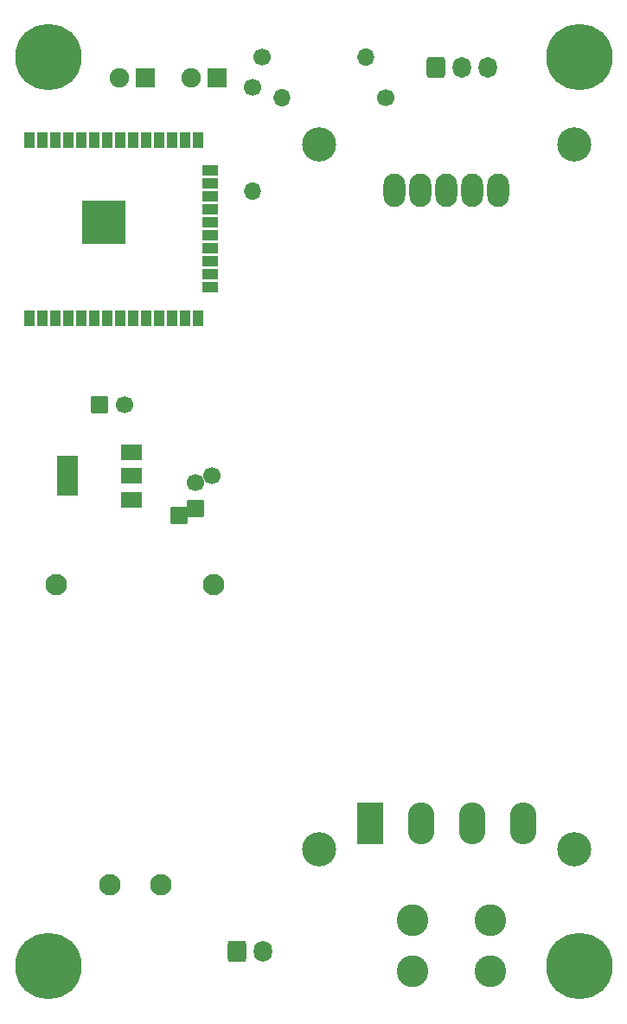
<source format=gbr>
%TF.GenerationSoftware,KiCad,Pcbnew,7.0.8*%
%TF.CreationDate,2023-10-31T00:38:55-07:00*%
%TF.ProjectId,PZEM-Single LPKF - R1,505a454d-2d53-4696-9e67-6c65204c504b,rev?*%
%TF.SameCoordinates,Original*%
%TF.FileFunction,Soldermask,Bot*%
%TF.FilePolarity,Negative*%
%FSLAX46Y46*%
G04 Gerber Fmt 4.6, Leading zero omitted, Abs format (unit mm)*
G04 Created by KiCad (PCBNEW 7.0.8) date 2023-10-31 00:38:55*
%MOMM*%
%LPD*%
G01*
G04 APERTURE LIST*
G04 Aperture macros list*
%AMRoundRect*
0 Rectangle with rounded corners*
0 $1 Rounding radius*
0 $2 $3 $4 $5 $6 $7 $8 $9 X,Y pos of 4 corners*
0 Add a 4 corners polygon primitive as box body*
4,1,4,$2,$3,$4,$5,$6,$7,$8,$9,$2,$3,0*
0 Add four circle primitives for the rounded corners*
1,1,$1+$1,$2,$3*
1,1,$1+$1,$4,$5*
1,1,$1+$1,$6,$7*
1,1,$1+$1,$8,$9*
0 Add four rect primitives between the rounded corners*
20,1,$1+$1,$2,$3,$4,$5,0*
20,1,$1+$1,$4,$5,$6,$7,0*
20,1,$1+$1,$6,$7,$8,$9,0*
20,1,$1+$1,$8,$9,$2,$3,0*%
G04 Aperture macros list end*
%ADD10C,0.900000*%
%ADD11C,6.500000*%
%ADD12RoundRect,0.050000X-0.800000X-0.800000X0.800000X-0.800000X0.800000X0.800000X-0.800000X0.800000X0*%
%ADD13C,1.700000*%
%ADD14C,3.350000*%
%ADD15RoundRect,0.050000X1.250000X-2.000000X1.250000X2.000000X-1.250000X2.000000X-1.250000X-2.000000X0*%
%ADD16O,2.600000X4.100000*%
%ADD17O,2.132000X3.275000*%
%ADD18RoundRect,0.300000X-0.600000X-0.750000X0.600000X-0.750000X0.600000X0.750000X-0.600000X0.750000X0*%
%ADD19O,1.800000X2.100000*%
%ADD20O,1.700000X1.700000*%
%ADD21RoundRect,0.050000X0.900000X0.900000X-0.900000X0.900000X-0.900000X-0.900000X0.900000X-0.900000X0*%
%ADD22C,1.900000*%
%ADD23RoundRect,0.050000X0.800000X-0.800000X0.800000X0.800000X-0.800000X0.800000X-0.800000X-0.800000X0*%
%ADD24RoundRect,0.300000X-0.600000X-0.725000X0.600000X-0.725000X0.600000X0.725000X-0.600000X0.725000X0*%
%ADD25O,1.800000X2.050000*%
%ADD26C,3.100000*%
%ADD27C,2.100000*%
%ADD28RoundRect,0.050000X-0.450000X0.750000X-0.450000X-0.750000X0.450000X-0.750000X0.450000X0.750000X0*%
%ADD29RoundRect,0.050000X0.750000X0.450000X-0.750000X0.450000X-0.750000X-0.450000X0.750000X-0.450000X0*%
%ADD30C,0.700000*%
%ADD31RoundRect,0.050000X-2.100000X2.100000X-2.100000X-2.100000X2.100000X-2.100000X2.100000X2.100000X0*%
%ADD32RoundRect,0.050000X1.000000X0.750000X-1.000000X0.750000X-1.000000X-0.750000X1.000000X-0.750000X0*%
%ADD33RoundRect,0.050000X1.000000X1.900000X-1.000000X1.900000X-1.000000X-1.900000X1.000000X-1.900000X0*%
G04 APERTURE END LIST*
D10*
%TO.C,H4*%
X53600000Y93000000D03*
X54302944Y94697056D03*
X54302944Y91302944D03*
X56000000Y95400000D03*
D11*
X56000000Y93000000D03*
D10*
X56000000Y90600000D03*
X57697056Y94697056D03*
X57697056Y91302944D03*
X58400000Y93000000D03*
%TD*%
%TO.C,H3*%
X53600000Y4000000D03*
X54302944Y5697056D03*
X54302944Y2302944D03*
X56000000Y6400000D03*
D11*
X56000000Y4000000D03*
D10*
X56000000Y1600000D03*
X57697056Y5697056D03*
X57697056Y2302944D03*
X58400000Y4000000D03*
%TD*%
%TO.C,H2*%
X1600000Y93000000D03*
X2302944Y94697056D03*
X2302944Y91302944D03*
X4000000Y95400000D03*
D11*
X4000000Y93000000D03*
D10*
X4000000Y90600000D03*
X5697056Y94697056D03*
X5697056Y91302944D03*
X6400000Y93000000D03*
%TD*%
%TO.C,H1*%
X1600000Y4000000D03*
X2302944Y5697056D03*
X2302944Y2302944D03*
X4000000Y6400000D03*
D11*
X4000000Y4000000D03*
D10*
X4000000Y1600000D03*
X5697056Y5697056D03*
X5697056Y2302944D03*
X6400000Y4000000D03*
%TD*%
D12*
%TO.C,C1*%
X9000000Y59000000D03*
D13*
X11500000Y59000000D03*
%TD*%
D14*
%TO.C,U1*%
X30500000Y15500000D03*
X55500000Y15500000D03*
X30500000Y84500000D03*
X55500000Y84500000D03*
D15*
X35500000Y18000000D03*
D16*
X40500000Y18000000D03*
X45500000Y18000000D03*
X50500000Y18000000D03*
D17*
X48080000Y80000000D03*
X45540000Y80000000D03*
X43000000Y80000000D03*
X40460000Y80000000D03*
X37920000Y80000000D03*
%TD*%
D18*
%TO.C,J1*%
X22500000Y5500000D03*
D19*
X25000000Y5500000D03*
%TD*%
D13*
%TO.C,R2*%
X24000000Y90080000D03*
D20*
X24000000Y79920000D03*
%TD*%
D13*
%TO.C,R5*%
X37080000Y89000000D03*
D20*
X26920000Y89000000D03*
%TD*%
D21*
%TO.C,D2*%
X20540000Y91000000D03*
D22*
X18000000Y91000000D03*
%TD*%
D23*
%TO.C,C2*%
X16800000Y48158126D03*
X18400000Y48829063D03*
D13*
X18400000Y51329063D03*
X20000000Y52000000D03*
%TD*%
D21*
%TO.C,D1*%
X13540000Y91000000D03*
D22*
X11000000Y91000000D03*
%TD*%
D24*
%TO.C,J4*%
X42000000Y92000000D03*
D25*
X44500000Y92000000D03*
X47000000Y92000000D03*
%TD*%
D13*
%TO.C,R1*%
X24920000Y93000000D03*
D20*
X35080000Y93000000D03*
%TD*%
D26*
%TO.C,J3*%
X47310000Y8500000D03*
X47310000Y3500000D03*
X39690000Y8500000D03*
X39690000Y3500000D03*
%TD*%
D27*
%TO.C,U3*%
X10000000Y12000000D03*
X15000000Y12000000D03*
X20200000Y41400000D03*
X4800000Y41400000D03*
%TD*%
D28*
%TO.C,U4*%
X2135000Y84930000D03*
X3405000Y84930000D03*
X4675000Y84930000D03*
X5945000Y84930000D03*
X7215000Y84930000D03*
X8485000Y84930000D03*
X9755000Y84930000D03*
X11025000Y84930000D03*
X12295000Y84930000D03*
X13565000Y84930000D03*
X14835000Y84930000D03*
X16105000Y84930000D03*
X17375000Y84930000D03*
X18645000Y84930000D03*
D29*
X19895000Y81890000D03*
X19895000Y80620000D03*
X19895000Y79350000D03*
X19895000Y78080000D03*
X19895000Y76810000D03*
X19895000Y75540000D03*
X19895000Y74270000D03*
X19895000Y73000000D03*
X19895000Y71730000D03*
X19895000Y70460000D03*
D28*
X18645000Y67430000D03*
X17375000Y67430000D03*
X16105000Y67430000D03*
X14835000Y67430000D03*
X13565000Y67430000D03*
X12295000Y67430000D03*
X11025000Y67430000D03*
X9755000Y67430000D03*
X8485000Y67430000D03*
X7215000Y67430000D03*
X5945000Y67430000D03*
X4675000Y67430000D03*
X3405000Y67430000D03*
X2135000Y67430000D03*
D30*
X10237500Y78385000D03*
X8712500Y78385000D03*
X11000000Y77622500D03*
X9475000Y77622500D03*
X7950000Y77622500D03*
X10237500Y76860000D03*
D31*
X9475000Y76860000D03*
D30*
X8712500Y76860000D03*
X11000000Y76097500D03*
X9475000Y76097500D03*
X7950000Y76097500D03*
X10237500Y75335000D03*
X8712500Y75335000D03*
%TD*%
D32*
%TO.C,U2*%
X12150000Y54300000D03*
X12150000Y52000000D03*
D33*
X5850000Y52000000D03*
D32*
X12150000Y49700000D03*
%TD*%
M02*

</source>
